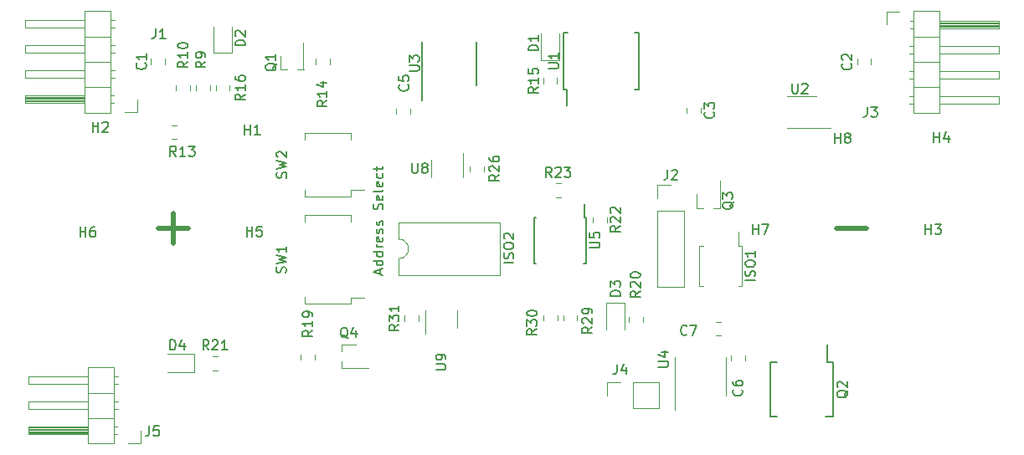
<source format=gbr>
G04 #@! TF.GenerationSoftware,KiCad,Pcbnew,(5.1.4)-1*
G04 #@! TF.CreationDate,2019-10-11T16:00:27-04:00*
G04 #@! TF.ProjectId,CellMan,43656c6c-4d61-46e2-9e6b-696361645f70,0.1*
G04 #@! TF.SameCoordinates,Original*
G04 #@! TF.FileFunction,Legend,Top*
G04 #@! TF.FilePolarity,Positive*
%FSLAX46Y46*%
G04 Gerber Fmt 4.6, Leading zero omitted, Abs format (unit mm)*
G04 Created by KiCad (PCBNEW (5.1.4)-1) date 2019-10-11 16:00:27*
%MOMM*%
%LPD*%
G04 APERTURE LIST*
%ADD10C,0.500000*%
%ADD11C,0.150000*%
%ADD12C,0.120000*%
G04 APERTURE END LIST*
D10*
X177172619Y-104864285D02*
X174125000Y-104864285D01*
X107060714Y-106397619D02*
X107060714Y-103350000D01*
X108584523Y-104873809D02*
X105536904Y-104873809D01*
D11*
X128016666Y-109462023D02*
X128016666Y-108985833D01*
X128302380Y-109557261D02*
X127302380Y-109223928D01*
X128302380Y-108890595D01*
X128302380Y-108128690D02*
X127302380Y-108128690D01*
X128254761Y-108128690D02*
X128302380Y-108223928D01*
X128302380Y-108414404D01*
X128254761Y-108509642D01*
X128207142Y-108557261D01*
X128111904Y-108604880D01*
X127826190Y-108604880D01*
X127730952Y-108557261D01*
X127683333Y-108509642D01*
X127635714Y-108414404D01*
X127635714Y-108223928D01*
X127683333Y-108128690D01*
X128302380Y-107223928D02*
X127302380Y-107223928D01*
X128254761Y-107223928D02*
X128302380Y-107319166D01*
X128302380Y-107509642D01*
X128254761Y-107604880D01*
X128207142Y-107652500D01*
X128111904Y-107700119D01*
X127826190Y-107700119D01*
X127730952Y-107652500D01*
X127683333Y-107604880D01*
X127635714Y-107509642D01*
X127635714Y-107319166D01*
X127683333Y-107223928D01*
X128302380Y-106747738D02*
X127635714Y-106747738D01*
X127826190Y-106747738D02*
X127730952Y-106700119D01*
X127683333Y-106652500D01*
X127635714Y-106557261D01*
X127635714Y-106462023D01*
X128254761Y-105747738D02*
X128302380Y-105842976D01*
X128302380Y-106033452D01*
X128254761Y-106128690D01*
X128159523Y-106176309D01*
X127778571Y-106176309D01*
X127683333Y-106128690D01*
X127635714Y-106033452D01*
X127635714Y-105842976D01*
X127683333Y-105747738D01*
X127778571Y-105700119D01*
X127873809Y-105700119D01*
X127969047Y-106176309D01*
X128254761Y-105319166D02*
X128302380Y-105223928D01*
X128302380Y-105033452D01*
X128254761Y-104938214D01*
X128159523Y-104890595D01*
X128111904Y-104890595D01*
X128016666Y-104938214D01*
X127969047Y-105033452D01*
X127969047Y-105176309D01*
X127921428Y-105271547D01*
X127826190Y-105319166D01*
X127778571Y-105319166D01*
X127683333Y-105271547D01*
X127635714Y-105176309D01*
X127635714Y-105033452D01*
X127683333Y-104938214D01*
X128254761Y-104509642D02*
X128302380Y-104414404D01*
X128302380Y-104223928D01*
X128254761Y-104128690D01*
X128159523Y-104081071D01*
X128111904Y-104081071D01*
X128016666Y-104128690D01*
X127969047Y-104223928D01*
X127969047Y-104366785D01*
X127921428Y-104462023D01*
X127826190Y-104509642D01*
X127778571Y-104509642D01*
X127683333Y-104462023D01*
X127635714Y-104366785D01*
X127635714Y-104223928D01*
X127683333Y-104128690D01*
X128254761Y-102938214D02*
X128302380Y-102795357D01*
X128302380Y-102557261D01*
X128254761Y-102462023D01*
X128207142Y-102414404D01*
X128111904Y-102366785D01*
X128016666Y-102366785D01*
X127921428Y-102414404D01*
X127873809Y-102462023D01*
X127826190Y-102557261D01*
X127778571Y-102747738D01*
X127730952Y-102842976D01*
X127683333Y-102890595D01*
X127588095Y-102938214D01*
X127492857Y-102938214D01*
X127397619Y-102890595D01*
X127350000Y-102842976D01*
X127302380Y-102747738D01*
X127302380Y-102509642D01*
X127350000Y-102366785D01*
X128254761Y-101557261D02*
X128302380Y-101652500D01*
X128302380Y-101842976D01*
X128254761Y-101938214D01*
X128159523Y-101985833D01*
X127778571Y-101985833D01*
X127683333Y-101938214D01*
X127635714Y-101842976D01*
X127635714Y-101652500D01*
X127683333Y-101557261D01*
X127778571Y-101509642D01*
X127873809Y-101509642D01*
X127969047Y-101985833D01*
X128302380Y-100938214D02*
X128254761Y-101033452D01*
X128159523Y-101081071D01*
X127302380Y-101081071D01*
X128254761Y-100176309D02*
X128302380Y-100271547D01*
X128302380Y-100462023D01*
X128254761Y-100557261D01*
X128159523Y-100604880D01*
X127778571Y-100604880D01*
X127683333Y-100557261D01*
X127635714Y-100462023D01*
X127635714Y-100271547D01*
X127683333Y-100176309D01*
X127778571Y-100128690D01*
X127873809Y-100128690D01*
X127969047Y-100604880D01*
X128254761Y-99271547D02*
X128302380Y-99366785D01*
X128302380Y-99557261D01*
X128254761Y-99652500D01*
X128207142Y-99700119D01*
X128111904Y-99747738D01*
X127826190Y-99747738D01*
X127730952Y-99700119D01*
X127683333Y-99652500D01*
X127635714Y-99557261D01*
X127635714Y-99366785D01*
X127683333Y-99271547D01*
X127635714Y-98985833D02*
X127635714Y-98604880D01*
X127302380Y-98842976D02*
X128159523Y-98842976D01*
X128254761Y-98795357D01*
X128302380Y-98700119D01*
X128302380Y-98604880D01*
X146893000Y-90759000D02*
X146893000Y-92359000D01*
X154193000Y-90759000D02*
X154193000Y-85009000D01*
X146543000Y-90759000D02*
X146543000Y-85009000D01*
X154193000Y-90759000D02*
X153743000Y-90759000D01*
X154193000Y-85009000D02*
X153743000Y-85009000D01*
X146543000Y-85009000D02*
X146993000Y-85009000D01*
X146543000Y-90759000D02*
X146893000Y-90759000D01*
D12*
X121410000Y-118161252D02*
X121410000Y-117638748D01*
X119990000Y-118161252D02*
X119990000Y-117638748D01*
X125525000Y-116640000D02*
X124115000Y-116640000D01*
X124115000Y-118960000D02*
X126850000Y-118960000D01*
X124115000Y-118970000D02*
X124115000Y-118300000D01*
X124115000Y-117300000D02*
X124115000Y-116640000D01*
X103820000Y-126570000D02*
X102550000Y-126570000D01*
X103820000Y-125300000D02*
X103820000Y-126570000D01*
X101507071Y-119840000D02*
X101110000Y-119840000D01*
X101507071Y-120600000D02*
X101110000Y-120600000D01*
X92450000Y-119840000D02*
X98450000Y-119840000D01*
X92450000Y-120600000D02*
X92450000Y-119840000D01*
X98450000Y-120600000D02*
X92450000Y-120600000D01*
X101110000Y-121490000D02*
X98450000Y-121490000D01*
X101507071Y-122380000D02*
X101110000Y-122380000D01*
X101507071Y-123140000D02*
X101110000Y-123140000D01*
X92450000Y-122380000D02*
X98450000Y-122380000D01*
X92450000Y-123140000D02*
X92450000Y-122380000D01*
X98450000Y-123140000D02*
X92450000Y-123140000D01*
X101110000Y-124030000D02*
X98450000Y-124030000D01*
X101440000Y-124920000D02*
X101110000Y-124920000D01*
X101440000Y-125680000D02*
X101110000Y-125680000D01*
X98450000Y-125020000D02*
X92450000Y-125020000D01*
X98450000Y-125140000D02*
X92450000Y-125140000D01*
X98450000Y-125260000D02*
X92450000Y-125260000D01*
X98450000Y-125380000D02*
X92450000Y-125380000D01*
X98450000Y-125500000D02*
X92450000Y-125500000D01*
X98450000Y-125620000D02*
X92450000Y-125620000D01*
X92450000Y-124920000D02*
X98450000Y-124920000D01*
X92450000Y-125680000D02*
X92450000Y-124920000D01*
X98450000Y-125680000D02*
X92450000Y-125680000D01*
X98450000Y-126630000D02*
X101110000Y-126630000D01*
X98450000Y-118890000D02*
X98450000Y-126630000D01*
X101110000Y-118890000D02*
X98450000Y-118890000D01*
X101110000Y-126630000D02*
X101110000Y-118890000D01*
X150970000Y-121750000D02*
X150970000Y-120420000D01*
X150970000Y-120420000D02*
X152300000Y-120420000D01*
X153570000Y-120420000D02*
X156170000Y-120420000D01*
X156170000Y-123080000D02*
X156170000Y-120420000D01*
X153570000Y-123080000D02*
X156170000Y-123080000D01*
X153570000Y-123080000D02*
X153570000Y-120420000D01*
D11*
X137775000Y-90350000D02*
X137775000Y-85950000D01*
X132250000Y-91925000D02*
X132250000Y-85950000D01*
X148700000Y-103725000D02*
X148700000Y-102375000D01*
X143575000Y-103725000D02*
X143575000Y-108375000D01*
X148825000Y-103725000D02*
X148825000Y-108375000D01*
X143575000Y-103725000D02*
X143800000Y-103725000D01*
X143575000Y-108375000D02*
X143800000Y-108375000D01*
X148825000Y-108375000D02*
X148600000Y-108375000D01*
X148825000Y-103725000D02*
X148700000Y-103725000D01*
D12*
X160040000Y-101375000D02*
X160040000Y-102785000D01*
X162360000Y-102785000D02*
X162360000Y-100050000D01*
X162370000Y-102785000D02*
X161700000Y-102785000D01*
X160700000Y-102785000D02*
X160040000Y-102785000D01*
X117940000Y-87375000D02*
X117940000Y-88785000D01*
X120260000Y-88785000D02*
X120260000Y-86050000D01*
X120270000Y-88785000D02*
X119600000Y-88785000D01*
X118600000Y-88785000D02*
X117940000Y-88785000D01*
X120390000Y-95875000D02*
X120390000Y-95165000D01*
X125009000Y-95875000D02*
X125009000Y-95165000D01*
X120390000Y-101635000D02*
X120390000Y-100925000D01*
X125009000Y-101635000D02*
X120390000Y-101635000D01*
X125009000Y-101635000D02*
X125009000Y-100985000D01*
X126400000Y-100985000D02*
X125009000Y-100985000D01*
X125009000Y-95165000D02*
X120390000Y-95165000D01*
X120390000Y-104205000D02*
X120390000Y-103495000D01*
X125009000Y-104205000D02*
X125009000Y-103495000D01*
X120390000Y-112505000D02*
X120390000Y-111795000D01*
X125009000Y-112505000D02*
X120390000Y-112505000D01*
X125009000Y-112505000D02*
X125009000Y-111855000D01*
X126400000Y-111855000D02*
X125009000Y-111855000D01*
X125009000Y-103495000D02*
X120390000Y-103495000D01*
X170650000Y-94710000D02*
X173525000Y-94710000D01*
X170650000Y-94710000D02*
X169150000Y-94710000D01*
X170650000Y-91490000D02*
X172150000Y-91490000D01*
X170650000Y-91490000D02*
X169150000Y-91490000D01*
D11*
X173185000Y-118400000D02*
X173185000Y-116650000D01*
X167430000Y-118400000D02*
X167430000Y-123900000D01*
X173840000Y-118400000D02*
X173840000Y-123900000D01*
X167430000Y-118400000D02*
X168180000Y-118400000D01*
X167430000Y-123900000D02*
X168180000Y-123900000D01*
X173840000Y-123900000D02*
X173090000Y-123900000D01*
X173840000Y-118400000D02*
X173185000Y-118400000D01*
D12*
X179230000Y-82930000D02*
X180500000Y-82930000D01*
X179230000Y-84200000D02*
X179230000Y-82930000D01*
X181542929Y-92200000D02*
X181940000Y-92200000D01*
X181542929Y-91440000D02*
X181940000Y-91440000D01*
X190600000Y-92200000D02*
X184600000Y-92200000D01*
X190600000Y-91440000D02*
X190600000Y-92200000D01*
X184600000Y-91440000D02*
X190600000Y-91440000D01*
X181940000Y-90550000D02*
X184600000Y-90550000D01*
X181542929Y-89660000D02*
X181940000Y-89660000D01*
X181542929Y-88900000D02*
X181940000Y-88900000D01*
X190600000Y-89660000D02*
X184600000Y-89660000D01*
X190600000Y-88900000D02*
X190600000Y-89660000D01*
X184600000Y-88900000D02*
X190600000Y-88900000D01*
X181940000Y-88010000D02*
X184600000Y-88010000D01*
X181542929Y-87120000D02*
X181940000Y-87120000D01*
X181542929Y-86360000D02*
X181940000Y-86360000D01*
X190600000Y-87120000D02*
X184600000Y-87120000D01*
X190600000Y-86360000D02*
X190600000Y-87120000D01*
X184600000Y-86360000D02*
X190600000Y-86360000D01*
X181940000Y-85470000D02*
X184600000Y-85470000D01*
X181610000Y-84580000D02*
X181940000Y-84580000D01*
X181610000Y-83820000D02*
X181940000Y-83820000D01*
X184600000Y-84480000D02*
X190600000Y-84480000D01*
X184600000Y-84360000D02*
X190600000Y-84360000D01*
X184600000Y-84240000D02*
X190600000Y-84240000D01*
X184600000Y-84120000D02*
X190600000Y-84120000D01*
X184600000Y-84000000D02*
X190600000Y-84000000D01*
X184600000Y-83880000D02*
X190600000Y-83880000D01*
X190600000Y-84580000D02*
X184600000Y-84580000D01*
X190600000Y-83820000D02*
X190600000Y-84580000D01*
X184600000Y-83820000D02*
X190600000Y-83820000D01*
X184600000Y-82870000D02*
X181940000Y-82870000D01*
X184600000Y-93150000D02*
X184600000Y-82870000D01*
X181940000Y-93150000D02*
X184600000Y-93150000D01*
X181940000Y-82870000D02*
X181940000Y-93150000D01*
X156070000Y-100470000D02*
X157400000Y-100470000D01*
X156070000Y-101800000D02*
X156070000Y-100470000D01*
X156070000Y-103070000D02*
X158730000Y-103070000D01*
X158730000Y-103070000D02*
X158730000Y-110750000D01*
X156070000Y-103070000D02*
X156070000Y-110750000D01*
X156070000Y-110750000D02*
X158730000Y-110750000D01*
X106260000Y-88211252D02*
X106260000Y-87688748D01*
X104840000Y-88211252D02*
X104840000Y-87688748D01*
X176240000Y-88211252D02*
X176240000Y-87688748D01*
X177660000Y-88211252D02*
X177660000Y-87688748D01*
X160410000Y-92638748D02*
X160410000Y-93161252D01*
X158990000Y-92638748D02*
X158990000Y-93161252D01*
X131060000Y-92738748D02*
X131060000Y-93261252D01*
X129640000Y-92738748D02*
X129640000Y-93261252D01*
X164910000Y-118261252D02*
X164910000Y-117738748D01*
X163490000Y-118261252D02*
X163490000Y-117738748D01*
X161938748Y-115710000D02*
X162461252Y-115710000D01*
X161938748Y-114290000D02*
X162461252Y-114290000D01*
X146160000Y-87785000D02*
X146160000Y-85100000D01*
X144240000Y-87785000D02*
X146160000Y-87785000D01*
X144240000Y-85100000D02*
X144240000Y-87785000D01*
X113060000Y-87085000D02*
X113060000Y-84400000D01*
X111140000Y-87085000D02*
X113060000Y-87085000D01*
X111140000Y-84400000D02*
X111140000Y-87085000D01*
X152760000Y-115070000D02*
X152760000Y-112385000D01*
X152760000Y-112385000D02*
X150840000Y-112385000D01*
X150840000Y-112385000D02*
X150840000Y-115070000D01*
X106520000Y-119448000D02*
X109205000Y-119448000D01*
X109205000Y-119448000D02*
X109205000Y-117528000D01*
X109205000Y-117528000D02*
X106520000Y-117528000D01*
X160310000Y-108650000D02*
X160310000Y-110660000D01*
X160310000Y-110660000D02*
X160665000Y-110660000D01*
X160310000Y-108650000D02*
X160310000Y-106640000D01*
X160310000Y-106640000D02*
X160665000Y-106640000D01*
X164630000Y-108650000D02*
X164630000Y-110660000D01*
X164630000Y-110660000D02*
X164275000Y-110660000D01*
X164630000Y-108650000D02*
X164630000Y-106640000D01*
X164630000Y-106640000D02*
X164275000Y-106640000D01*
X164275000Y-106640000D02*
X164275000Y-105175000D01*
X129867200Y-105915300D02*
G75*
G02X129867200Y-107915300I0J-1000000D01*
G01*
X129867200Y-107915300D02*
X129867200Y-109565300D01*
X129867200Y-109565300D02*
X140147200Y-109565300D01*
X140147200Y-109565300D02*
X140147200Y-104265300D01*
X140147200Y-104265300D02*
X129867200Y-104265300D01*
X129867200Y-104265300D02*
X129867200Y-105915300D01*
X103470000Y-93070000D02*
X102200000Y-93070000D01*
X103470000Y-91800000D02*
X103470000Y-93070000D01*
X101157071Y-83800000D02*
X100760000Y-83800000D01*
X101157071Y-84560000D02*
X100760000Y-84560000D01*
X92100000Y-83800000D02*
X98100000Y-83800000D01*
X92100000Y-84560000D02*
X92100000Y-83800000D01*
X98100000Y-84560000D02*
X92100000Y-84560000D01*
X100760000Y-85450000D02*
X98100000Y-85450000D01*
X101157071Y-86340000D02*
X100760000Y-86340000D01*
X101157071Y-87100000D02*
X100760000Y-87100000D01*
X92100000Y-86340000D02*
X98100000Y-86340000D01*
X92100000Y-87100000D02*
X92100000Y-86340000D01*
X98100000Y-87100000D02*
X92100000Y-87100000D01*
X100760000Y-87990000D02*
X98100000Y-87990000D01*
X101157071Y-88880000D02*
X100760000Y-88880000D01*
X101157071Y-89640000D02*
X100760000Y-89640000D01*
X92100000Y-88880000D02*
X98100000Y-88880000D01*
X92100000Y-89640000D02*
X92100000Y-88880000D01*
X98100000Y-89640000D02*
X92100000Y-89640000D01*
X100760000Y-90530000D02*
X98100000Y-90530000D01*
X101090000Y-91420000D02*
X100760000Y-91420000D01*
X101090000Y-92180000D02*
X100760000Y-92180000D01*
X98100000Y-91520000D02*
X92100000Y-91520000D01*
X98100000Y-91640000D02*
X92100000Y-91640000D01*
X98100000Y-91760000D02*
X92100000Y-91760000D01*
X98100000Y-91880000D02*
X92100000Y-91880000D01*
X98100000Y-92000000D02*
X92100000Y-92000000D01*
X98100000Y-92120000D02*
X92100000Y-92120000D01*
X92100000Y-91420000D02*
X98100000Y-91420000D01*
X92100000Y-92180000D02*
X92100000Y-91420000D01*
X98100000Y-92180000D02*
X92100000Y-92180000D01*
X98100000Y-93130000D02*
X100760000Y-93130000D01*
X98100000Y-82850000D02*
X98100000Y-93130000D01*
X100760000Y-82850000D02*
X98100000Y-82850000D01*
X100760000Y-93130000D02*
X100760000Y-82850000D01*
X109390000Y-90886252D02*
X109390000Y-90363748D01*
X110810000Y-90886252D02*
X110810000Y-90363748D01*
X108810000Y-90886252D02*
X108810000Y-90363748D01*
X107390000Y-90886252D02*
X107390000Y-90363748D01*
X107411252Y-95810000D02*
X106888748Y-95810000D01*
X107411252Y-94390000D02*
X106888748Y-94390000D01*
X122910000Y-87688748D02*
X122910000Y-88211252D01*
X121490000Y-87688748D02*
X121490000Y-88211252D01*
X144490000Y-90161252D02*
X144490000Y-89638748D01*
X145910000Y-90161252D02*
X145910000Y-89638748D01*
X112810000Y-90886252D02*
X112810000Y-90363748D01*
X111390000Y-90886252D02*
X111390000Y-90363748D01*
X153140000Y-113788748D02*
X153140000Y-114311252D01*
X154560000Y-113788748D02*
X154560000Y-114311252D01*
X111581252Y-119198000D02*
X111058748Y-119198000D01*
X111581252Y-117778000D02*
X111058748Y-117778000D01*
X150933200Y-104229652D02*
X150933200Y-103707148D01*
X149513200Y-104229652D02*
X149513200Y-103707148D01*
X145786948Y-100258400D02*
X146309452Y-100258400D01*
X145786948Y-101678400D02*
X146309452Y-101678400D01*
X138510000Y-99111252D02*
X138510000Y-98588748D01*
X137090000Y-99111252D02*
X137090000Y-98588748D01*
X147936400Y-114191752D02*
X147936400Y-113669248D01*
X146516400Y-114191752D02*
X146516400Y-113669248D01*
X144516400Y-114191752D02*
X144516400Y-113669248D01*
X145936400Y-114191752D02*
X145936400Y-113669248D01*
X131910000Y-113688748D02*
X131910000Y-114211252D01*
X130490000Y-113688748D02*
X130490000Y-114211252D01*
X162960000Y-119800000D02*
X162960000Y-117850000D01*
X162960000Y-119800000D02*
X162960000Y-121750000D01*
X157840000Y-119800000D02*
X157840000Y-117850000D01*
X157840000Y-119800000D02*
X157840000Y-123250000D01*
X136410000Y-99700000D02*
X136410000Y-97250000D01*
X133190000Y-97900000D02*
X133190000Y-99700000D01*
X135810000Y-114900000D02*
X135810000Y-113100000D01*
X132590000Y-113100000D02*
X132590000Y-115550000D01*
D11*
X145070380Y-88645904D02*
X145879904Y-88645904D01*
X145975142Y-88598285D01*
X146022761Y-88550666D01*
X146070380Y-88455428D01*
X146070380Y-88264952D01*
X146022761Y-88169714D01*
X145975142Y-88122095D01*
X145879904Y-88074476D01*
X145070380Y-88074476D01*
X146070380Y-87074476D02*
X146070380Y-87645904D01*
X146070380Y-87360190D02*
X145070380Y-87360190D01*
X145213238Y-87455428D01*
X145308476Y-87550666D01*
X145356095Y-87645904D01*
X121177380Y-115167857D02*
X120701190Y-115501190D01*
X121177380Y-115739285D02*
X120177380Y-115739285D01*
X120177380Y-115358333D01*
X120225000Y-115263095D01*
X120272619Y-115215476D01*
X120367857Y-115167857D01*
X120510714Y-115167857D01*
X120605952Y-115215476D01*
X120653571Y-115263095D01*
X120701190Y-115358333D01*
X120701190Y-115739285D01*
X121177380Y-114215476D02*
X121177380Y-114786904D01*
X121177380Y-114501190D02*
X120177380Y-114501190D01*
X120320238Y-114596428D01*
X120415476Y-114691666D01*
X120463095Y-114786904D01*
X121177380Y-113739285D02*
X121177380Y-113548809D01*
X121129761Y-113453571D01*
X121082142Y-113405952D01*
X120939285Y-113310714D01*
X120748809Y-113263095D01*
X120367857Y-113263095D01*
X120272619Y-113310714D01*
X120225000Y-113358333D01*
X120177380Y-113453571D01*
X120177380Y-113644047D01*
X120225000Y-113739285D01*
X120272619Y-113786904D01*
X120367857Y-113834523D01*
X120605952Y-113834523D01*
X120701190Y-113786904D01*
X120748809Y-113739285D01*
X120796428Y-113644047D01*
X120796428Y-113453571D01*
X120748809Y-113358333D01*
X120701190Y-113310714D01*
X120605952Y-113263095D01*
X124754761Y-115972619D02*
X124659523Y-115925000D01*
X124564285Y-115829761D01*
X124421428Y-115686904D01*
X124326190Y-115639285D01*
X124230952Y-115639285D01*
X124278571Y-115877380D02*
X124183333Y-115829761D01*
X124088095Y-115734523D01*
X124040476Y-115544047D01*
X124040476Y-115210714D01*
X124088095Y-115020238D01*
X124183333Y-114925000D01*
X124278571Y-114877380D01*
X124469047Y-114877380D01*
X124564285Y-114925000D01*
X124659523Y-115020238D01*
X124707142Y-115210714D01*
X124707142Y-115544047D01*
X124659523Y-115734523D01*
X124564285Y-115829761D01*
X124469047Y-115877380D01*
X124278571Y-115877380D01*
X125564285Y-115210714D02*
X125564285Y-115877380D01*
X125326190Y-114829761D02*
X125088095Y-115544047D01*
X125707142Y-115544047D01*
X104666666Y-124852380D02*
X104666666Y-125566666D01*
X104619047Y-125709523D01*
X104523809Y-125804761D01*
X104380952Y-125852380D01*
X104285714Y-125852380D01*
X105619047Y-124852380D02*
X105142857Y-124852380D01*
X105095238Y-125328571D01*
X105142857Y-125280952D01*
X105238095Y-125233333D01*
X105476190Y-125233333D01*
X105571428Y-125280952D01*
X105619047Y-125328571D01*
X105666666Y-125423809D01*
X105666666Y-125661904D01*
X105619047Y-125757142D01*
X105571428Y-125804761D01*
X105476190Y-125852380D01*
X105238095Y-125852380D01*
X105142857Y-125804761D01*
X105095238Y-125757142D01*
X151966666Y-118602380D02*
X151966666Y-119316666D01*
X151919047Y-119459523D01*
X151823809Y-119554761D01*
X151680952Y-119602380D01*
X151585714Y-119602380D01*
X152871428Y-118935714D02*
X152871428Y-119602380D01*
X152633333Y-118554761D02*
X152395238Y-119269047D01*
X153014285Y-119269047D01*
X130952380Y-88911904D02*
X131761904Y-88911904D01*
X131857142Y-88864285D01*
X131904761Y-88816666D01*
X131952380Y-88721428D01*
X131952380Y-88530952D01*
X131904761Y-88435714D01*
X131857142Y-88388095D01*
X131761904Y-88340476D01*
X130952380Y-88340476D01*
X130952380Y-87959523D02*
X130952380Y-87340476D01*
X131333333Y-87673809D01*
X131333333Y-87530952D01*
X131380952Y-87435714D01*
X131428571Y-87388095D01*
X131523809Y-87340476D01*
X131761904Y-87340476D01*
X131857142Y-87388095D01*
X131904761Y-87435714D01*
X131952380Y-87530952D01*
X131952380Y-87816666D01*
X131904761Y-87911904D01*
X131857142Y-87959523D01*
X149202380Y-106811904D02*
X150011904Y-106811904D01*
X150107142Y-106764285D01*
X150154761Y-106716666D01*
X150202380Y-106621428D01*
X150202380Y-106430952D01*
X150154761Y-106335714D01*
X150107142Y-106288095D01*
X150011904Y-106240476D01*
X149202380Y-106240476D01*
X149202380Y-105288095D02*
X149202380Y-105764285D01*
X149678571Y-105811904D01*
X149630952Y-105764285D01*
X149583333Y-105669047D01*
X149583333Y-105430952D01*
X149630952Y-105335714D01*
X149678571Y-105288095D01*
X149773809Y-105240476D01*
X150011904Y-105240476D01*
X150107142Y-105288095D01*
X150154761Y-105335714D01*
X150202380Y-105430952D01*
X150202380Y-105669047D01*
X150154761Y-105764285D01*
X150107142Y-105811904D01*
X163747619Y-102145238D02*
X163700000Y-102240476D01*
X163604761Y-102335714D01*
X163461904Y-102478571D01*
X163414285Y-102573809D01*
X163414285Y-102669047D01*
X163652380Y-102621428D02*
X163604761Y-102716666D01*
X163509523Y-102811904D01*
X163319047Y-102859523D01*
X162985714Y-102859523D01*
X162795238Y-102811904D01*
X162700000Y-102716666D01*
X162652380Y-102621428D01*
X162652380Y-102430952D01*
X162700000Y-102335714D01*
X162795238Y-102240476D01*
X162985714Y-102192857D01*
X163319047Y-102192857D01*
X163509523Y-102240476D01*
X163604761Y-102335714D01*
X163652380Y-102430952D01*
X163652380Y-102621428D01*
X162652380Y-101859523D02*
X162652380Y-101240476D01*
X163033333Y-101573809D01*
X163033333Y-101430952D01*
X163080952Y-101335714D01*
X163128571Y-101288095D01*
X163223809Y-101240476D01*
X163461904Y-101240476D01*
X163557142Y-101288095D01*
X163604761Y-101335714D01*
X163652380Y-101430952D01*
X163652380Y-101716666D01*
X163604761Y-101811904D01*
X163557142Y-101859523D01*
X117547619Y-88145238D02*
X117500000Y-88240476D01*
X117404761Y-88335714D01*
X117261904Y-88478571D01*
X117214285Y-88573809D01*
X117214285Y-88669047D01*
X117452380Y-88621428D02*
X117404761Y-88716666D01*
X117309523Y-88811904D01*
X117119047Y-88859523D01*
X116785714Y-88859523D01*
X116595238Y-88811904D01*
X116500000Y-88716666D01*
X116452380Y-88621428D01*
X116452380Y-88430952D01*
X116500000Y-88335714D01*
X116595238Y-88240476D01*
X116785714Y-88192857D01*
X117119047Y-88192857D01*
X117309523Y-88240476D01*
X117404761Y-88335714D01*
X117452380Y-88430952D01*
X117452380Y-88621428D01*
X117452380Y-87240476D02*
X117452380Y-87811904D01*
X117452380Y-87526190D02*
X116452380Y-87526190D01*
X116595238Y-87621428D01*
X116690476Y-87716666D01*
X116738095Y-87811904D01*
X118504761Y-99733333D02*
X118552380Y-99590476D01*
X118552380Y-99352380D01*
X118504761Y-99257142D01*
X118457142Y-99209523D01*
X118361904Y-99161904D01*
X118266666Y-99161904D01*
X118171428Y-99209523D01*
X118123809Y-99257142D01*
X118076190Y-99352380D01*
X118028571Y-99542857D01*
X117980952Y-99638095D01*
X117933333Y-99685714D01*
X117838095Y-99733333D01*
X117742857Y-99733333D01*
X117647619Y-99685714D01*
X117600000Y-99638095D01*
X117552380Y-99542857D01*
X117552380Y-99304761D01*
X117600000Y-99161904D01*
X117552380Y-98828571D02*
X118552380Y-98590476D01*
X117838095Y-98400000D01*
X118552380Y-98209523D01*
X117552380Y-97971428D01*
X117647619Y-97638095D02*
X117600000Y-97590476D01*
X117552380Y-97495238D01*
X117552380Y-97257142D01*
X117600000Y-97161904D01*
X117647619Y-97114285D01*
X117742857Y-97066666D01*
X117838095Y-97066666D01*
X117980952Y-97114285D01*
X118552380Y-97685714D01*
X118552380Y-97066666D01*
X118454761Y-109333333D02*
X118502380Y-109190476D01*
X118502380Y-108952380D01*
X118454761Y-108857142D01*
X118407142Y-108809523D01*
X118311904Y-108761904D01*
X118216666Y-108761904D01*
X118121428Y-108809523D01*
X118073809Y-108857142D01*
X118026190Y-108952380D01*
X117978571Y-109142857D01*
X117930952Y-109238095D01*
X117883333Y-109285714D01*
X117788095Y-109333333D01*
X117692857Y-109333333D01*
X117597619Y-109285714D01*
X117550000Y-109238095D01*
X117502380Y-109142857D01*
X117502380Y-108904761D01*
X117550000Y-108761904D01*
X117502380Y-108428571D02*
X118502380Y-108190476D01*
X117788095Y-108000000D01*
X118502380Y-107809523D01*
X117502380Y-107571428D01*
X118502380Y-106666666D02*
X118502380Y-107238095D01*
X118502380Y-106952380D02*
X117502380Y-106952380D01*
X117645238Y-107047619D01*
X117740476Y-107142857D01*
X117788095Y-107238095D01*
X169675595Y-90177380D02*
X169675595Y-90986904D01*
X169723214Y-91082142D01*
X169770833Y-91129761D01*
X169866071Y-91177380D01*
X170056547Y-91177380D01*
X170151785Y-91129761D01*
X170199404Y-91082142D01*
X170247023Y-90986904D01*
X170247023Y-90177380D01*
X170675595Y-90272619D02*
X170723214Y-90225000D01*
X170818452Y-90177380D01*
X171056547Y-90177380D01*
X171151785Y-90225000D01*
X171199404Y-90272619D01*
X171247023Y-90367857D01*
X171247023Y-90463095D01*
X171199404Y-90605952D01*
X170627976Y-91177380D01*
X171247023Y-91177380D01*
X173988095Y-96202380D02*
X173988095Y-95202380D01*
X173988095Y-95678571D02*
X174559523Y-95678571D01*
X174559523Y-96202380D02*
X174559523Y-95202380D01*
X175178571Y-95630952D02*
X175083333Y-95583333D01*
X175035714Y-95535714D01*
X174988095Y-95440476D01*
X174988095Y-95392857D01*
X175035714Y-95297619D01*
X175083333Y-95250000D01*
X175178571Y-95202380D01*
X175369047Y-95202380D01*
X175464285Y-95250000D01*
X175511904Y-95297619D01*
X175559523Y-95392857D01*
X175559523Y-95440476D01*
X175511904Y-95535714D01*
X175464285Y-95583333D01*
X175369047Y-95630952D01*
X175178571Y-95630952D01*
X175083333Y-95678571D01*
X175035714Y-95726190D01*
X174988095Y-95821428D01*
X174988095Y-96011904D01*
X175035714Y-96107142D01*
X175083333Y-96154761D01*
X175178571Y-96202380D01*
X175369047Y-96202380D01*
X175464285Y-96154761D01*
X175511904Y-96107142D01*
X175559523Y-96011904D01*
X175559523Y-95821428D01*
X175511904Y-95726190D01*
X175464285Y-95678571D01*
X175369047Y-95630952D01*
X165688095Y-105452380D02*
X165688095Y-104452380D01*
X165688095Y-104928571D02*
X166259523Y-104928571D01*
X166259523Y-105452380D02*
X166259523Y-104452380D01*
X166640476Y-104452380D02*
X167307142Y-104452380D01*
X166878571Y-105452380D01*
X97663095Y-105702380D02*
X97663095Y-104702380D01*
X97663095Y-105178571D02*
X98234523Y-105178571D01*
X98234523Y-105702380D02*
X98234523Y-104702380D01*
X99139285Y-104702380D02*
X98948809Y-104702380D01*
X98853571Y-104750000D01*
X98805952Y-104797619D01*
X98710714Y-104940476D01*
X98663095Y-105130952D01*
X98663095Y-105511904D01*
X98710714Y-105607142D01*
X98758333Y-105654761D01*
X98853571Y-105702380D01*
X99044047Y-105702380D01*
X99139285Y-105654761D01*
X99186904Y-105607142D01*
X99234523Y-105511904D01*
X99234523Y-105273809D01*
X99186904Y-105178571D01*
X99139285Y-105130952D01*
X99044047Y-105083333D01*
X98853571Y-105083333D01*
X98758333Y-105130952D01*
X98710714Y-105178571D01*
X98663095Y-105273809D01*
X114513095Y-105652380D02*
X114513095Y-104652380D01*
X114513095Y-105128571D02*
X115084523Y-105128571D01*
X115084523Y-105652380D02*
X115084523Y-104652380D01*
X116036904Y-104652380D02*
X115560714Y-104652380D01*
X115513095Y-105128571D01*
X115560714Y-105080952D01*
X115655952Y-105033333D01*
X115894047Y-105033333D01*
X115989285Y-105080952D01*
X116036904Y-105128571D01*
X116084523Y-105223809D01*
X116084523Y-105461904D01*
X116036904Y-105557142D01*
X115989285Y-105604761D01*
X115894047Y-105652380D01*
X115655952Y-105652380D01*
X115560714Y-105604761D01*
X115513095Y-105557142D01*
X184013095Y-96102380D02*
X184013095Y-95102380D01*
X184013095Y-95578571D02*
X184584523Y-95578571D01*
X184584523Y-96102380D02*
X184584523Y-95102380D01*
X185489285Y-95435714D02*
X185489285Y-96102380D01*
X185251190Y-95054761D02*
X185013095Y-95769047D01*
X185632142Y-95769047D01*
X183163095Y-105427380D02*
X183163095Y-104427380D01*
X183163095Y-104903571D02*
X183734523Y-104903571D01*
X183734523Y-105427380D02*
X183734523Y-104427380D01*
X184115476Y-104427380D02*
X184734523Y-104427380D01*
X184401190Y-104808333D01*
X184544047Y-104808333D01*
X184639285Y-104855952D01*
X184686904Y-104903571D01*
X184734523Y-104998809D01*
X184734523Y-105236904D01*
X184686904Y-105332142D01*
X184639285Y-105379761D01*
X184544047Y-105427380D01*
X184258333Y-105427380D01*
X184163095Y-105379761D01*
X184115476Y-105332142D01*
X98938095Y-95077380D02*
X98938095Y-94077380D01*
X98938095Y-94553571D02*
X99509523Y-94553571D01*
X99509523Y-95077380D02*
X99509523Y-94077380D01*
X99938095Y-94172619D02*
X99985714Y-94125000D01*
X100080952Y-94077380D01*
X100319047Y-94077380D01*
X100414285Y-94125000D01*
X100461904Y-94172619D01*
X100509523Y-94267857D01*
X100509523Y-94363095D01*
X100461904Y-94505952D01*
X99890476Y-95077380D01*
X100509523Y-95077380D01*
X114313095Y-95352380D02*
X114313095Y-94352380D01*
X114313095Y-94828571D02*
X114884523Y-94828571D01*
X114884523Y-95352380D02*
X114884523Y-94352380D01*
X115884523Y-95352380D02*
X115313095Y-95352380D01*
X115598809Y-95352380D02*
X115598809Y-94352380D01*
X115503571Y-94495238D01*
X115408333Y-94590476D01*
X115313095Y-94638095D01*
X175312619Y-121245238D02*
X175265000Y-121340476D01*
X175169761Y-121435714D01*
X175026904Y-121578571D01*
X174979285Y-121673809D01*
X174979285Y-121769047D01*
X175217380Y-121721428D02*
X175169761Y-121816666D01*
X175074523Y-121911904D01*
X174884047Y-121959523D01*
X174550714Y-121959523D01*
X174360238Y-121911904D01*
X174265000Y-121816666D01*
X174217380Y-121721428D01*
X174217380Y-121530952D01*
X174265000Y-121435714D01*
X174360238Y-121340476D01*
X174550714Y-121292857D01*
X174884047Y-121292857D01*
X175074523Y-121340476D01*
X175169761Y-121435714D01*
X175217380Y-121530952D01*
X175217380Y-121721428D01*
X174312619Y-120911904D02*
X174265000Y-120864285D01*
X174217380Y-120769047D01*
X174217380Y-120530952D01*
X174265000Y-120435714D01*
X174312619Y-120388095D01*
X174407857Y-120340476D01*
X174503095Y-120340476D01*
X174645952Y-120388095D01*
X175217380Y-120959523D01*
X175217380Y-120340476D01*
X177266666Y-92552380D02*
X177266666Y-93266666D01*
X177219047Y-93409523D01*
X177123809Y-93504761D01*
X176980952Y-93552380D01*
X176885714Y-93552380D01*
X177647619Y-92552380D02*
X178266666Y-92552380D01*
X177933333Y-92933333D01*
X178076190Y-92933333D01*
X178171428Y-92980952D01*
X178219047Y-93028571D01*
X178266666Y-93123809D01*
X178266666Y-93361904D01*
X178219047Y-93457142D01*
X178171428Y-93504761D01*
X178076190Y-93552380D01*
X177790476Y-93552380D01*
X177695238Y-93504761D01*
X177647619Y-93457142D01*
X157066666Y-98922380D02*
X157066666Y-99636666D01*
X157019047Y-99779523D01*
X156923809Y-99874761D01*
X156780952Y-99922380D01*
X156685714Y-99922380D01*
X157495238Y-99017619D02*
X157542857Y-98970000D01*
X157638095Y-98922380D01*
X157876190Y-98922380D01*
X157971428Y-98970000D01*
X158019047Y-99017619D01*
X158066666Y-99112857D01*
X158066666Y-99208095D01*
X158019047Y-99350952D01*
X157447619Y-99922380D01*
X158066666Y-99922380D01*
X104257142Y-88116666D02*
X104304761Y-88164285D01*
X104352380Y-88307142D01*
X104352380Y-88402380D01*
X104304761Y-88545238D01*
X104209523Y-88640476D01*
X104114285Y-88688095D01*
X103923809Y-88735714D01*
X103780952Y-88735714D01*
X103590476Y-88688095D01*
X103495238Y-88640476D01*
X103400000Y-88545238D01*
X103352380Y-88402380D01*
X103352380Y-88307142D01*
X103400000Y-88164285D01*
X103447619Y-88116666D01*
X104352380Y-87164285D02*
X104352380Y-87735714D01*
X104352380Y-87450000D02*
X103352380Y-87450000D01*
X103495238Y-87545238D01*
X103590476Y-87640476D01*
X103638095Y-87735714D01*
X175607142Y-88166666D02*
X175654761Y-88214285D01*
X175702380Y-88357142D01*
X175702380Y-88452380D01*
X175654761Y-88595238D01*
X175559523Y-88690476D01*
X175464285Y-88738095D01*
X175273809Y-88785714D01*
X175130952Y-88785714D01*
X174940476Y-88738095D01*
X174845238Y-88690476D01*
X174750000Y-88595238D01*
X174702380Y-88452380D01*
X174702380Y-88357142D01*
X174750000Y-88214285D01*
X174797619Y-88166666D01*
X174797619Y-87785714D02*
X174750000Y-87738095D01*
X174702380Y-87642857D01*
X174702380Y-87404761D01*
X174750000Y-87309523D01*
X174797619Y-87261904D01*
X174892857Y-87214285D01*
X174988095Y-87214285D01*
X175130952Y-87261904D01*
X175702380Y-87833333D01*
X175702380Y-87214285D01*
X161707142Y-93066666D02*
X161754761Y-93114285D01*
X161802380Y-93257142D01*
X161802380Y-93352380D01*
X161754761Y-93495238D01*
X161659523Y-93590476D01*
X161564285Y-93638095D01*
X161373809Y-93685714D01*
X161230952Y-93685714D01*
X161040476Y-93638095D01*
X160945238Y-93590476D01*
X160850000Y-93495238D01*
X160802380Y-93352380D01*
X160802380Y-93257142D01*
X160850000Y-93114285D01*
X160897619Y-93066666D01*
X160802380Y-92733333D02*
X160802380Y-92114285D01*
X161183333Y-92447619D01*
X161183333Y-92304761D01*
X161230952Y-92209523D01*
X161278571Y-92161904D01*
X161373809Y-92114285D01*
X161611904Y-92114285D01*
X161707142Y-92161904D01*
X161754761Y-92209523D01*
X161802380Y-92304761D01*
X161802380Y-92590476D01*
X161754761Y-92685714D01*
X161707142Y-92733333D01*
X130807142Y-90316666D02*
X130854761Y-90364285D01*
X130902380Y-90507142D01*
X130902380Y-90602380D01*
X130854761Y-90745238D01*
X130759523Y-90840476D01*
X130664285Y-90888095D01*
X130473809Y-90935714D01*
X130330952Y-90935714D01*
X130140476Y-90888095D01*
X130045238Y-90840476D01*
X129950000Y-90745238D01*
X129902380Y-90602380D01*
X129902380Y-90507142D01*
X129950000Y-90364285D01*
X129997619Y-90316666D01*
X129902380Y-89411904D02*
X129902380Y-89888095D01*
X130378571Y-89935714D01*
X130330952Y-89888095D01*
X130283333Y-89792857D01*
X130283333Y-89554761D01*
X130330952Y-89459523D01*
X130378571Y-89411904D01*
X130473809Y-89364285D01*
X130711904Y-89364285D01*
X130807142Y-89411904D01*
X130854761Y-89459523D01*
X130902380Y-89554761D01*
X130902380Y-89792857D01*
X130854761Y-89888095D01*
X130807142Y-89935714D01*
X164557142Y-121166666D02*
X164604761Y-121214285D01*
X164652380Y-121357142D01*
X164652380Y-121452380D01*
X164604761Y-121595238D01*
X164509523Y-121690476D01*
X164414285Y-121738095D01*
X164223809Y-121785714D01*
X164080952Y-121785714D01*
X163890476Y-121738095D01*
X163795238Y-121690476D01*
X163700000Y-121595238D01*
X163652380Y-121452380D01*
X163652380Y-121357142D01*
X163700000Y-121214285D01*
X163747619Y-121166666D01*
X163652380Y-120309523D02*
X163652380Y-120500000D01*
X163700000Y-120595238D01*
X163747619Y-120642857D01*
X163890476Y-120738095D01*
X164080952Y-120785714D01*
X164461904Y-120785714D01*
X164557142Y-120738095D01*
X164604761Y-120690476D01*
X164652380Y-120595238D01*
X164652380Y-120404761D01*
X164604761Y-120309523D01*
X164557142Y-120261904D01*
X164461904Y-120214285D01*
X164223809Y-120214285D01*
X164128571Y-120261904D01*
X164080952Y-120309523D01*
X164033333Y-120404761D01*
X164033333Y-120595238D01*
X164080952Y-120690476D01*
X164128571Y-120738095D01*
X164223809Y-120785714D01*
X159033333Y-115557142D02*
X158985714Y-115604761D01*
X158842857Y-115652380D01*
X158747619Y-115652380D01*
X158604761Y-115604761D01*
X158509523Y-115509523D01*
X158461904Y-115414285D01*
X158414285Y-115223809D01*
X158414285Y-115080952D01*
X158461904Y-114890476D01*
X158509523Y-114795238D01*
X158604761Y-114700000D01*
X158747619Y-114652380D01*
X158842857Y-114652380D01*
X158985714Y-114700000D01*
X159033333Y-114747619D01*
X159366666Y-114652380D02*
X160033333Y-114652380D01*
X159604761Y-115652380D01*
X144002380Y-86838095D02*
X143002380Y-86838095D01*
X143002380Y-86600000D01*
X143050000Y-86457142D01*
X143145238Y-86361904D01*
X143240476Y-86314285D01*
X143430952Y-86266666D01*
X143573809Y-86266666D01*
X143764285Y-86314285D01*
X143859523Y-86361904D01*
X143954761Y-86457142D01*
X144002380Y-86600000D01*
X144002380Y-86838095D01*
X144002380Y-85314285D02*
X144002380Y-85885714D01*
X144002380Y-85600000D02*
X143002380Y-85600000D01*
X143145238Y-85695238D01*
X143240476Y-85790476D01*
X143288095Y-85885714D01*
X114352380Y-86338095D02*
X113352380Y-86338095D01*
X113352380Y-86100000D01*
X113400000Y-85957142D01*
X113495238Y-85861904D01*
X113590476Y-85814285D01*
X113780952Y-85766666D01*
X113923809Y-85766666D01*
X114114285Y-85814285D01*
X114209523Y-85861904D01*
X114304761Y-85957142D01*
X114352380Y-86100000D01*
X114352380Y-86338095D01*
X113447619Y-85385714D02*
X113400000Y-85338095D01*
X113352380Y-85242857D01*
X113352380Y-85004761D01*
X113400000Y-84909523D01*
X113447619Y-84861904D01*
X113542857Y-84814285D01*
X113638095Y-84814285D01*
X113780952Y-84861904D01*
X114352380Y-85433333D01*
X114352380Y-84814285D01*
X152302380Y-111688095D02*
X151302380Y-111688095D01*
X151302380Y-111450000D01*
X151350000Y-111307142D01*
X151445238Y-111211904D01*
X151540476Y-111164285D01*
X151730952Y-111116666D01*
X151873809Y-111116666D01*
X152064285Y-111164285D01*
X152159523Y-111211904D01*
X152254761Y-111307142D01*
X152302380Y-111450000D01*
X152302380Y-111688095D01*
X151302380Y-110783333D02*
X151302380Y-110164285D01*
X151683333Y-110497619D01*
X151683333Y-110354761D01*
X151730952Y-110259523D01*
X151778571Y-110211904D01*
X151873809Y-110164285D01*
X152111904Y-110164285D01*
X152207142Y-110211904D01*
X152254761Y-110259523D01*
X152302380Y-110354761D01*
X152302380Y-110640476D01*
X152254761Y-110735714D01*
X152207142Y-110783333D01*
X106781904Y-117140380D02*
X106781904Y-116140380D01*
X107020000Y-116140380D01*
X107162857Y-116188000D01*
X107258095Y-116283238D01*
X107305714Y-116378476D01*
X107353333Y-116568952D01*
X107353333Y-116711809D01*
X107305714Y-116902285D01*
X107258095Y-116997523D01*
X107162857Y-117092761D01*
X107020000Y-117140380D01*
X106781904Y-117140380D01*
X108210476Y-116473714D02*
X108210476Y-117140380D01*
X107972380Y-116092761D02*
X107734285Y-116807047D01*
X108353333Y-116807047D01*
X165922380Y-110126190D02*
X164922380Y-110126190D01*
X165874761Y-109697619D02*
X165922380Y-109554761D01*
X165922380Y-109316666D01*
X165874761Y-109221428D01*
X165827142Y-109173809D01*
X165731904Y-109126190D01*
X165636666Y-109126190D01*
X165541428Y-109173809D01*
X165493809Y-109221428D01*
X165446190Y-109316666D01*
X165398571Y-109507142D01*
X165350952Y-109602380D01*
X165303333Y-109650000D01*
X165208095Y-109697619D01*
X165112857Y-109697619D01*
X165017619Y-109650000D01*
X164970000Y-109602380D01*
X164922380Y-109507142D01*
X164922380Y-109269047D01*
X164970000Y-109126190D01*
X164922380Y-108507142D02*
X164922380Y-108316666D01*
X164970000Y-108221428D01*
X165065238Y-108126190D01*
X165255714Y-108078571D01*
X165589047Y-108078571D01*
X165779523Y-108126190D01*
X165874761Y-108221428D01*
X165922380Y-108316666D01*
X165922380Y-108507142D01*
X165874761Y-108602380D01*
X165779523Y-108697619D01*
X165589047Y-108745238D01*
X165255714Y-108745238D01*
X165065238Y-108697619D01*
X164970000Y-108602380D01*
X164922380Y-108507142D01*
X165922380Y-107126190D02*
X165922380Y-107697619D01*
X165922380Y-107411904D02*
X164922380Y-107411904D01*
X165065238Y-107507142D01*
X165160476Y-107602380D01*
X165208095Y-107697619D01*
X141502380Y-108326190D02*
X140502380Y-108326190D01*
X141454761Y-107897619D02*
X141502380Y-107754761D01*
X141502380Y-107516666D01*
X141454761Y-107421428D01*
X141407142Y-107373809D01*
X141311904Y-107326190D01*
X141216666Y-107326190D01*
X141121428Y-107373809D01*
X141073809Y-107421428D01*
X141026190Y-107516666D01*
X140978571Y-107707142D01*
X140930952Y-107802380D01*
X140883333Y-107850000D01*
X140788095Y-107897619D01*
X140692857Y-107897619D01*
X140597619Y-107850000D01*
X140550000Y-107802380D01*
X140502380Y-107707142D01*
X140502380Y-107469047D01*
X140550000Y-107326190D01*
X140502380Y-106707142D02*
X140502380Y-106516666D01*
X140550000Y-106421428D01*
X140645238Y-106326190D01*
X140835714Y-106278571D01*
X141169047Y-106278571D01*
X141359523Y-106326190D01*
X141454761Y-106421428D01*
X141502380Y-106516666D01*
X141502380Y-106707142D01*
X141454761Y-106802380D01*
X141359523Y-106897619D01*
X141169047Y-106945238D01*
X140835714Y-106945238D01*
X140645238Y-106897619D01*
X140550000Y-106802380D01*
X140502380Y-106707142D01*
X140597619Y-105897619D02*
X140550000Y-105850000D01*
X140502380Y-105754761D01*
X140502380Y-105516666D01*
X140550000Y-105421428D01*
X140597619Y-105373809D01*
X140692857Y-105326190D01*
X140788095Y-105326190D01*
X140930952Y-105373809D01*
X141502380Y-105945238D01*
X141502380Y-105326190D01*
X105316666Y-84627380D02*
X105316666Y-85341666D01*
X105269047Y-85484523D01*
X105173809Y-85579761D01*
X105030952Y-85627380D01*
X104935714Y-85627380D01*
X106316666Y-85627380D02*
X105745238Y-85627380D01*
X106030952Y-85627380D02*
X106030952Y-84627380D01*
X105935714Y-84770238D01*
X105840476Y-84865476D01*
X105745238Y-84913095D01*
X110352380Y-87966666D02*
X109876190Y-88300000D01*
X110352380Y-88538095D02*
X109352380Y-88538095D01*
X109352380Y-88157142D01*
X109400000Y-88061904D01*
X109447619Y-88014285D01*
X109542857Y-87966666D01*
X109685714Y-87966666D01*
X109780952Y-88014285D01*
X109828571Y-88061904D01*
X109876190Y-88157142D01*
X109876190Y-88538095D01*
X110352380Y-87490476D02*
X110352380Y-87300000D01*
X110304761Y-87204761D01*
X110257142Y-87157142D01*
X110114285Y-87061904D01*
X109923809Y-87014285D01*
X109542857Y-87014285D01*
X109447619Y-87061904D01*
X109400000Y-87109523D01*
X109352380Y-87204761D01*
X109352380Y-87395238D01*
X109400000Y-87490476D01*
X109447619Y-87538095D01*
X109542857Y-87585714D01*
X109780952Y-87585714D01*
X109876190Y-87538095D01*
X109923809Y-87490476D01*
X109971428Y-87395238D01*
X109971428Y-87204761D01*
X109923809Y-87109523D01*
X109876190Y-87061904D01*
X109780952Y-87014285D01*
X108552380Y-87966667D02*
X108076190Y-88300000D01*
X108552380Y-88538095D02*
X107552380Y-88538095D01*
X107552380Y-88157143D01*
X107600000Y-88061905D01*
X107647619Y-88014286D01*
X107742857Y-87966667D01*
X107885714Y-87966667D01*
X107980952Y-88014286D01*
X108028571Y-88061905D01*
X108076190Y-88157143D01*
X108076190Y-88538095D01*
X108552380Y-87014286D02*
X108552380Y-87585714D01*
X108552380Y-87300000D02*
X107552380Y-87300000D01*
X107695238Y-87395238D01*
X107790476Y-87490476D01*
X107838095Y-87585714D01*
X107552380Y-86395238D02*
X107552380Y-86300000D01*
X107600000Y-86204762D01*
X107647619Y-86157143D01*
X107742857Y-86109524D01*
X107933333Y-86061905D01*
X108171428Y-86061905D01*
X108361904Y-86109524D01*
X108457142Y-86157143D01*
X108504761Y-86204762D01*
X108552380Y-86300000D01*
X108552380Y-86395238D01*
X108504761Y-86490476D01*
X108457142Y-86538095D01*
X108361904Y-86585714D01*
X108171428Y-86633333D01*
X107933333Y-86633333D01*
X107742857Y-86585714D01*
X107647619Y-86538095D01*
X107600000Y-86490476D01*
X107552380Y-86395238D01*
X107373143Y-97536481D02*
X107039810Y-97060291D01*
X106801715Y-97536481D02*
X106801715Y-96536481D01*
X107182667Y-96536481D01*
X107277905Y-96584101D01*
X107325524Y-96631720D01*
X107373143Y-96726958D01*
X107373143Y-96869815D01*
X107325524Y-96965053D01*
X107277905Y-97012672D01*
X107182667Y-97060291D01*
X106801715Y-97060291D01*
X108325524Y-97536481D02*
X107754096Y-97536481D01*
X108039810Y-97536481D02*
X108039810Y-96536481D01*
X107944572Y-96679339D01*
X107849334Y-96774577D01*
X107754096Y-96822196D01*
X108658858Y-96536481D02*
X109277905Y-96536481D01*
X108944572Y-96917434D01*
X109087429Y-96917434D01*
X109182667Y-96965053D01*
X109230286Y-97012672D01*
X109277905Y-97107910D01*
X109277905Y-97346005D01*
X109230286Y-97441243D01*
X109182667Y-97488862D01*
X109087429Y-97536481D01*
X108801715Y-97536481D01*
X108706477Y-97488862D01*
X108658858Y-97441243D01*
X122627380Y-91892857D02*
X122151190Y-92226190D01*
X122627380Y-92464285D02*
X121627380Y-92464285D01*
X121627380Y-92083333D01*
X121675000Y-91988095D01*
X121722619Y-91940476D01*
X121817857Y-91892857D01*
X121960714Y-91892857D01*
X122055952Y-91940476D01*
X122103571Y-91988095D01*
X122151190Y-92083333D01*
X122151190Y-92464285D01*
X122627380Y-90940476D02*
X122627380Y-91511904D01*
X122627380Y-91226190D02*
X121627380Y-91226190D01*
X121770238Y-91321428D01*
X121865476Y-91416666D01*
X121913095Y-91511904D01*
X121960714Y-90083333D02*
X122627380Y-90083333D01*
X121579761Y-90321428D02*
X122294047Y-90559523D01*
X122294047Y-89940476D01*
X144002380Y-90542857D02*
X143526190Y-90876190D01*
X144002380Y-91114285D02*
X143002380Y-91114285D01*
X143002380Y-90733333D01*
X143050000Y-90638095D01*
X143097619Y-90590476D01*
X143192857Y-90542857D01*
X143335714Y-90542857D01*
X143430952Y-90590476D01*
X143478571Y-90638095D01*
X143526190Y-90733333D01*
X143526190Y-91114285D01*
X144002380Y-89590476D02*
X144002380Y-90161904D01*
X144002380Y-89876190D02*
X143002380Y-89876190D01*
X143145238Y-89971428D01*
X143240476Y-90066666D01*
X143288095Y-90161904D01*
X143002380Y-88685714D02*
X143002380Y-89161904D01*
X143478571Y-89209523D01*
X143430952Y-89161904D01*
X143383333Y-89066666D01*
X143383333Y-88828571D01*
X143430952Y-88733333D01*
X143478571Y-88685714D01*
X143573809Y-88638095D01*
X143811904Y-88638095D01*
X143907142Y-88685714D01*
X143954761Y-88733333D01*
X144002380Y-88828571D01*
X144002380Y-89066666D01*
X143954761Y-89161904D01*
X143907142Y-89209523D01*
X114352380Y-91267857D02*
X113876190Y-91601190D01*
X114352380Y-91839285D02*
X113352380Y-91839285D01*
X113352380Y-91458333D01*
X113400000Y-91363095D01*
X113447619Y-91315476D01*
X113542857Y-91267857D01*
X113685714Y-91267857D01*
X113780952Y-91315476D01*
X113828571Y-91363095D01*
X113876190Y-91458333D01*
X113876190Y-91839285D01*
X114352380Y-90315476D02*
X114352380Y-90886904D01*
X114352380Y-90601190D02*
X113352380Y-90601190D01*
X113495238Y-90696428D01*
X113590476Y-90791666D01*
X113638095Y-90886904D01*
X113352380Y-89458333D02*
X113352380Y-89648809D01*
X113400000Y-89744047D01*
X113447619Y-89791666D01*
X113590476Y-89886904D01*
X113780952Y-89934523D01*
X114161904Y-89934523D01*
X114257142Y-89886904D01*
X114304761Y-89839285D01*
X114352380Y-89744047D01*
X114352380Y-89553571D01*
X114304761Y-89458333D01*
X114257142Y-89410714D01*
X114161904Y-89363095D01*
X113923809Y-89363095D01*
X113828571Y-89410714D01*
X113780952Y-89458333D01*
X113733333Y-89553571D01*
X113733333Y-89744047D01*
X113780952Y-89839285D01*
X113828571Y-89886904D01*
X113923809Y-89934523D01*
X154302380Y-111192857D02*
X153826190Y-111526190D01*
X154302380Y-111764285D02*
X153302380Y-111764285D01*
X153302380Y-111383333D01*
X153350000Y-111288095D01*
X153397619Y-111240476D01*
X153492857Y-111192857D01*
X153635714Y-111192857D01*
X153730952Y-111240476D01*
X153778571Y-111288095D01*
X153826190Y-111383333D01*
X153826190Y-111764285D01*
X153397619Y-110811904D02*
X153350000Y-110764285D01*
X153302380Y-110669047D01*
X153302380Y-110430952D01*
X153350000Y-110335714D01*
X153397619Y-110288095D01*
X153492857Y-110240476D01*
X153588095Y-110240476D01*
X153730952Y-110288095D01*
X154302380Y-110859523D01*
X154302380Y-110240476D01*
X153302380Y-109621428D02*
X153302380Y-109526190D01*
X153350000Y-109430952D01*
X153397619Y-109383333D01*
X153492857Y-109335714D01*
X153683333Y-109288095D01*
X153921428Y-109288095D01*
X154111904Y-109335714D01*
X154207142Y-109383333D01*
X154254761Y-109430952D01*
X154302380Y-109526190D01*
X154302380Y-109621428D01*
X154254761Y-109716666D01*
X154207142Y-109764285D01*
X154111904Y-109811904D01*
X153921428Y-109859523D01*
X153683333Y-109859523D01*
X153492857Y-109811904D01*
X153397619Y-109764285D01*
X153350000Y-109716666D01*
X153302380Y-109621428D01*
X110677142Y-117140380D02*
X110343809Y-116664190D01*
X110105714Y-117140380D02*
X110105714Y-116140380D01*
X110486666Y-116140380D01*
X110581904Y-116188000D01*
X110629523Y-116235619D01*
X110677142Y-116330857D01*
X110677142Y-116473714D01*
X110629523Y-116568952D01*
X110581904Y-116616571D01*
X110486666Y-116664190D01*
X110105714Y-116664190D01*
X111058095Y-116235619D02*
X111105714Y-116188000D01*
X111200952Y-116140380D01*
X111439047Y-116140380D01*
X111534285Y-116188000D01*
X111581904Y-116235619D01*
X111629523Y-116330857D01*
X111629523Y-116426095D01*
X111581904Y-116568952D01*
X111010476Y-117140380D01*
X111629523Y-117140380D01*
X112581904Y-117140380D02*
X112010476Y-117140380D01*
X112296190Y-117140380D02*
X112296190Y-116140380D01*
X112200952Y-116283238D01*
X112105714Y-116378476D01*
X112010476Y-116426095D01*
X152275580Y-104611257D02*
X151799390Y-104944590D01*
X152275580Y-105182685D02*
X151275580Y-105182685D01*
X151275580Y-104801733D01*
X151323200Y-104706495D01*
X151370819Y-104658876D01*
X151466057Y-104611257D01*
X151608914Y-104611257D01*
X151704152Y-104658876D01*
X151751771Y-104706495D01*
X151799390Y-104801733D01*
X151799390Y-105182685D01*
X151370819Y-104230304D02*
X151323200Y-104182685D01*
X151275580Y-104087447D01*
X151275580Y-103849352D01*
X151323200Y-103754114D01*
X151370819Y-103706495D01*
X151466057Y-103658876D01*
X151561295Y-103658876D01*
X151704152Y-103706495D01*
X152275580Y-104277923D01*
X152275580Y-103658876D01*
X151370819Y-103277923D02*
X151323200Y-103230304D01*
X151275580Y-103135066D01*
X151275580Y-102896971D01*
X151323200Y-102801733D01*
X151370819Y-102754114D01*
X151466057Y-102706495D01*
X151561295Y-102706495D01*
X151704152Y-102754114D01*
X152275580Y-103325542D01*
X152275580Y-102706495D01*
X145357142Y-99652380D02*
X145023809Y-99176190D01*
X144785714Y-99652380D02*
X144785714Y-98652380D01*
X145166666Y-98652380D01*
X145261904Y-98700000D01*
X145309523Y-98747619D01*
X145357142Y-98842857D01*
X145357142Y-98985714D01*
X145309523Y-99080952D01*
X145261904Y-99128571D01*
X145166666Y-99176190D01*
X144785714Y-99176190D01*
X145738095Y-98747619D02*
X145785714Y-98700000D01*
X145880952Y-98652380D01*
X146119047Y-98652380D01*
X146214285Y-98700000D01*
X146261904Y-98747619D01*
X146309523Y-98842857D01*
X146309523Y-98938095D01*
X146261904Y-99080952D01*
X145690476Y-99652380D01*
X146309523Y-99652380D01*
X146642857Y-98652380D02*
X147261904Y-98652380D01*
X146928571Y-99033333D01*
X147071428Y-99033333D01*
X147166666Y-99080952D01*
X147214285Y-99128571D01*
X147261904Y-99223809D01*
X147261904Y-99461904D01*
X147214285Y-99557142D01*
X147166666Y-99604761D01*
X147071428Y-99652380D01*
X146785714Y-99652380D01*
X146690476Y-99604761D01*
X146642857Y-99557142D01*
X140052380Y-99442857D02*
X139576190Y-99776190D01*
X140052380Y-100014285D02*
X139052380Y-100014285D01*
X139052380Y-99633333D01*
X139100000Y-99538095D01*
X139147619Y-99490476D01*
X139242857Y-99442857D01*
X139385714Y-99442857D01*
X139480952Y-99490476D01*
X139528571Y-99538095D01*
X139576190Y-99633333D01*
X139576190Y-100014285D01*
X139147619Y-99061904D02*
X139100000Y-99014285D01*
X139052380Y-98919047D01*
X139052380Y-98680952D01*
X139100000Y-98585714D01*
X139147619Y-98538095D01*
X139242857Y-98490476D01*
X139338095Y-98490476D01*
X139480952Y-98538095D01*
X140052380Y-99109523D01*
X140052380Y-98490476D01*
X139052380Y-97633333D02*
X139052380Y-97823809D01*
X139100000Y-97919047D01*
X139147619Y-97966666D01*
X139290476Y-98061904D01*
X139480952Y-98109523D01*
X139861904Y-98109523D01*
X139957142Y-98061904D01*
X140004761Y-98014285D01*
X140052380Y-97919047D01*
X140052380Y-97728571D01*
X140004761Y-97633333D01*
X139957142Y-97585714D01*
X139861904Y-97538095D01*
X139623809Y-97538095D01*
X139528571Y-97585714D01*
X139480952Y-97633333D01*
X139433333Y-97728571D01*
X139433333Y-97919047D01*
X139480952Y-98014285D01*
X139528571Y-98061904D01*
X139623809Y-98109523D01*
X149452380Y-114842857D02*
X148976190Y-115176190D01*
X149452380Y-115414285D02*
X148452380Y-115414285D01*
X148452380Y-115033333D01*
X148500000Y-114938095D01*
X148547619Y-114890476D01*
X148642857Y-114842857D01*
X148785714Y-114842857D01*
X148880952Y-114890476D01*
X148928571Y-114938095D01*
X148976190Y-115033333D01*
X148976190Y-115414285D01*
X148547619Y-114461904D02*
X148500000Y-114414285D01*
X148452380Y-114319047D01*
X148452380Y-114080952D01*
X148500000Y-113985714D01*
X148547619Y-113938095D01*
X148642857Y-113890476D01*
X148738095Y-113890476D01*
X148880952Y-113938095D01*
X149452380Y-114509523D01*
X149452380Y-113890476D01*
X149452380Y-113414285D02*
X149452380Y-113223809D01*
X149404761Y-113128571D01*
X149357142Y-113080952D01*
X149214285Y-112985714D01*
X149023809Y-112938095D01*
X148642857Y-112938095D01*
X148547619Y-112985714D01*
X148500000Y-113033333D01*
X148452380Y-113128571D01*
X148452380Y-113319047D01*
X148500000Y-113414285D01*
X148547619Y-113461904D01*
X148642857Y-113509523D01*
X148880952Y-113509523D01*
X148976190Y-113461904D01*
X149023809Y-113414285D01*
X149071428Y-113319047D01*
X149071428Y-113128571D01*
X149023809Y-113033333D01*
X148976190Y-112985714D01*
X148880952Y-112938095D01*
X143852380Y-115042857D02*
X143376190Y-115376190D01*
X143852380Y-115614285D02*
X142852380Y-115614285D01*
X142852380Y-115233333D01*
X142900000Y-115138095D01*
X142947619Y-115090476D01*
X143042857Y-115042857D01*
X143185714Y-115042857D01*
X143280952Y-115090476D01*
X143328571Y-115138095D01*
X143376190Y-115233333D01*
X143376190Y-115614285D01*
X142852380Y-114709523D02*
X142852380Y-114090476D01*
X143233333Y-114423809D01*
X143233333Y-114280952D01*
X143280952Y-114185714D01*
X143328571Y-114138095D01*
X143423809Y-114090476D01*
X143661904Y-114090476D01*
X143757142Y-114138095D01*
X143804761Y-114185714D01*
X143852380Y-114280952D01*
X143852380Y-114566666D01*
X143804761Y-114661904D01*
X143757142Y-114709523D01*
X142852380Y-113471428D02*
X142852380Y-113376190D01*
X142900000Y-113280952D01*
X142947619Y-113233333D01*
X143042857Y-113185714D01*
X143233333Y-113138095D01*
X143471428Y-113138095D01*
X143661904Y-113185714D01*
X143757142Y-113233333D01*
X143804761Y-113280952D01*
X143852380Y-113376190D01*
X143852380Y-113471428D01*
X143804761Y-113566666D01*
X143757142Y-113614285D01*
X143661904Y-113661904D01*
X143471428Y-113709523D01*
X143233333Y-113709523D01*
X143042857Y-113661904D01*
X142947619Y-113614285D01*
X142900000Y-113566666D01*
X142852380Y-113471428D01*
X129902380Y-114592857D02*
X129426190Y-114926190D01*
X129902380Y-115164285D02*
X128902380Y-115164285D01*
X128902380Y-114783333D01*
X128950000Y-114688095D01*
X128997619Y-114640476D01*
X129092857Y-114592857D01*
X129235714Y-114592857D01*
X129330952Y-114640476D01*
X129378571Y-114688095D01*
X129426190Y-114783333D01*
X129426190Y-115164285D01*
X128902380Y-114259523D02*
X128902380Y-113640476D01*
X129283333Y-113973809D01*
X129283333Y-113830952D01*
X129330952Y-113735714D01*
X129378571Y-113688095D01*
X129473809Y-113640476D01*
X129711904Y-113640476D01*
X129807142Y-113688095D01*
X129854761Y-113735714D01*
X129902380Y-113830952D01*
X129902380Y-114116666D01*
X129854761Y-114211904D01*
X129807142Y-114259523D01*
X129902380Y-112688095D02*
X129902380Y-113259523D01*
X129902380Y-112973809D02*
X128902380Y-112973809D01*
X129045238Y-113069047D01*
X129140476Y-113164285D01*
X129188095Y-113259523D01*
X156152380Y-118861904D02*
X156961904Y-118861904D01*
X157057142Y-118814285D01*
X157104761Y-118766666D01*
X157152380Y-118671428D01*
X157152380Y-118480952D01*
X157104761Y-118385714D01*
X157057142Y-118338095D01*
X156961904Y-118290476D01*
X156152380Y-118290476D01*
X156485714Y-117385714D02*
X157152380Y-117385714D01*
X156104761Y-117623809D02*
X156819047Y-117861904D01*
X156819047Y-117242857D01*
X131238095Y-98252380D02*
X131238095Y-99061904D01*
X131285714Y-99157142D01*
X131333333Y-99204761D01*
X131428571Y-99252380D01*
X131619047Y-99252380D01*
X131714285Y-99204761D01*
X131761904Y-99157142D01*
X131809523Y-99061904D01*
X131809523Y-98252380D01*
X132428571Y-98680952D02*
X132333333Y-98633333D01*
X132285714Y-98585714D01*
X132238095Y-98490476D01*
X132238095Y-98442857D01*
X132285714Y-98347619D01*
X132333333Y-98300000D01*
X132428571Y-98252380D01*
X132619047Y-98252380D01*
X132714285Y-98300000D01*
X132761904Y-98347619D01*
X132809523Y-98442857D01*
X132809523Y-98490476D01*
X132761904Y-98585714D01*
X132714285Y-98633333D01*
X132619047Y-98680952D01*
X132428571Y-98680952D01*
X132333333Y-98728571D01*
X132285714Y-98776190D01*
X132238095Y-98871428D01*
X132238095Y-99061904D01*
X132285714Y-99157142D01*
X132333333Y-99204761D01*
X132428571Y-99252380D01*
X132619047Y-99252380D01*
X132714285Y-99204761D01*
X132761904Y-99157142D01*
X132809523Y-99061904D01*
X132809523Y-98871428D01*
X132761904Y-98776190D01*
X132714285Y-98728571D01*
X132619047Y-98680952D01*
X133652380Y-119161904D02*
X134461904Y-119161904D01*
X134557142Y-119114285D01*
X134604761Y-119066666D01*
X134652380Y-118971428D01*
X134652380Y-118780952D01*
X134604761Y-118685714D01*
X134557142Y-118638095D01*
X134461904Y-118590476D01*
X133652380Y-118590476D01*
X134652380Y-118066666D02*
X134652380Y-117876190D01*
X134604761Y-117780952D01*
X134557142Y-117733333D01*
X134414285Y-117638095D01*
X134223809Y-117590476D01*
X133842857Y-117590476D01*
X133747619Y-117638095D01*
X133700000Y-117685714D01*
X133652380Y-117780952D01*
X133652380Y-117971428D01*
X133700000Y-118066666D01*
X133747619Y-118114285D01*
X133842857Y-118161904D01*
X134080952Y-118161904D01*
X134176190Y-118114285D01*
X134223809Y-118066666D01*
X134271428Y-117971428D01*
X134271428Y-117780952D01*
X134223809Y-117685714D01*
X134176190Y-117638095D01*
X134080952Y-117590476D01*
M02*

</source>
